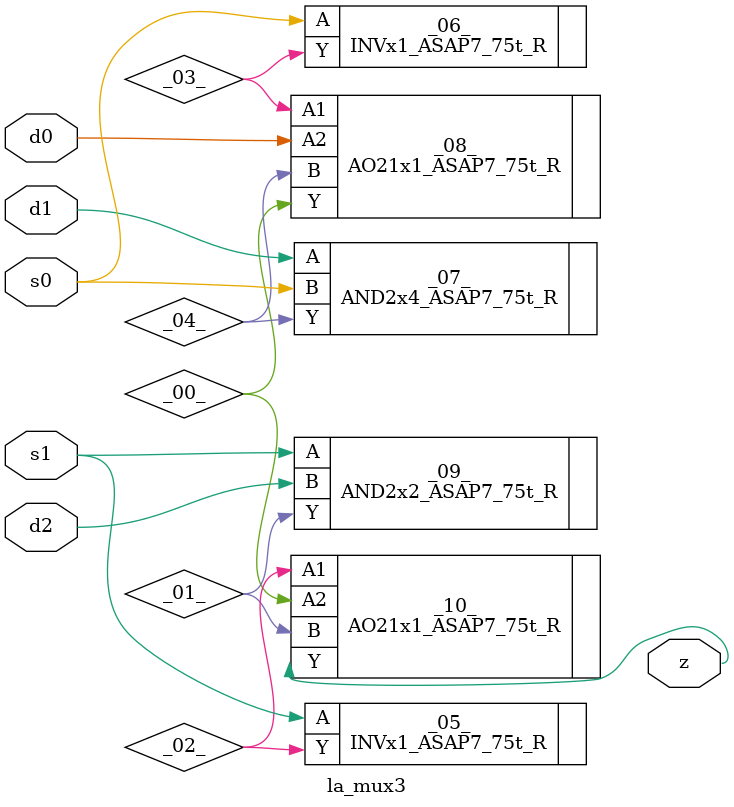
<source format=v>

/* Generated by Yosys 0.40 (git sha1 a1bb0255d, g++ 11.4.0-1ubuntu1~22.04 -fPIC -Os) */

module la_mux3(d0, d1, d2, s0, s1, z);
  wire _00_;
  wire _01_;
  wire _02_;
  wire _03_;
  wire _04_;
  input d0;
  wire d0;
  input d1;
  wire d1;
  input d2;
  wire d2;
  input s0;
  wire s0;
  input s1;
  wire s1;
  output z;
  wire z;
  INVx1_ASAP7_75t_R _05_ (
    .A(s1),
    .Y(_02_)
  );
  INVx1_ASAP7_75t_R _06_ (
    .A(s0),
    .Y(_03_)
  );
  AND2x4_ASAP7_75t_R _07_ (
    .A(d1),
    .B(s0),
    .Y(_04_)
  );
  AO21x1_ASAP7_75t_R _08_ (
    .A1(_03_),
    .A2(d0),
    .B(_04_),
    .Y(_00_)
  );
  AND2x2_ASAP7_75t_R _09_ (
    .A(s1),
    .B(d2),
    .Y(_01_)
  );
  AO21x1_ASAP7_75t_R _10_ (
    .A1(_02_),
    .A2(_00_),
    .B(_01_),
    .Y(z)
  );
endmodule

</source>
